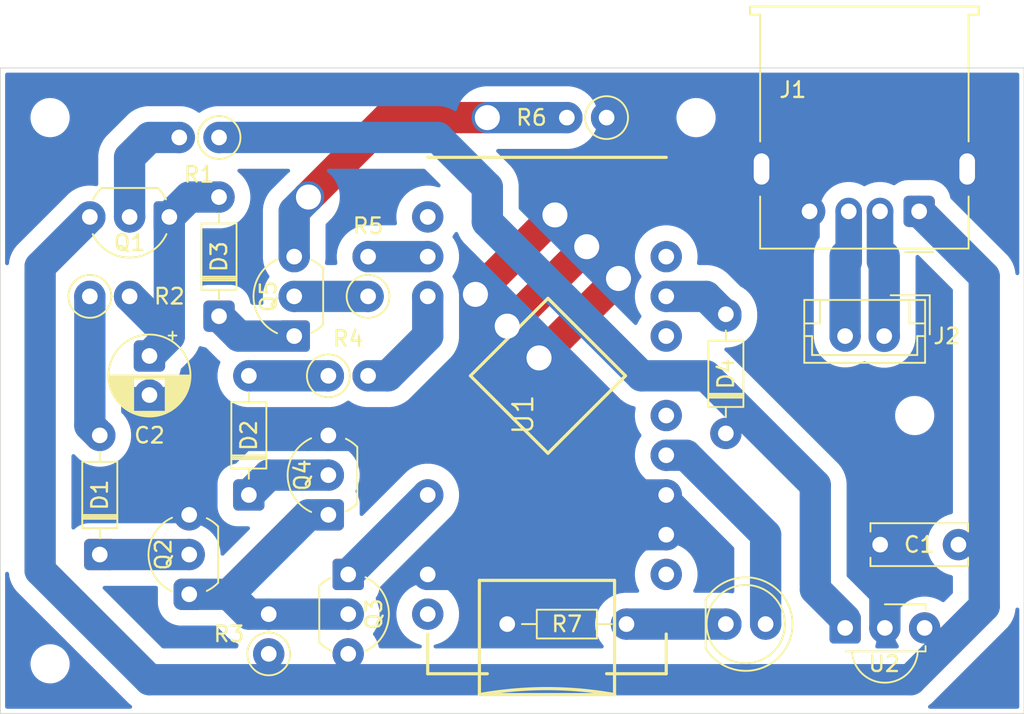
<source format=kicad_pcb>
(kicad_pcb (version 20241229) (generator "pcbnew") (generator_version "9.0")
  (layers (0 "F.Cu" signal) (2 "B.Cu" signal) (13 "F.Paste" user) (15 "B.Paste" user) (5 "F.SilkS" user "F.Silkscreen") (7 "B.SilkS" user "B.Silkscreen") (1 "F.Mask" user) (3 "B.Mask" user) (25 "Edge.Cuts" user))
  (net 0 "")
  (net 1 "GND")
  (net 2 "+5V")
  (net 3 "Net-(D1-A)")
  (net 4 "Net-(D1-K)")
  (net 5 "IR_OUT")
  (net 7 "Net-(D4-A)")
  (net 8 "Net-(D3-K)")
  (net 9 "Net-(J1-D+)")
  (net 10 "Net-(J1-D-)")
  (net 11 "Net-(D2-A)")
  (net 12 "Net-(D3-A)")
  (net 13 "Net-(Q1-B)")
  (net 14 "Net-(Q2-C)")
  (net 15 "VCC")
  (net 16 "ON_OFF")
  (net 17 "DISCH")
  (net 18 "Net-(D5-K)")
  (net 19 "Net-(D2-K)")
  (net 20 "Net-(Q5-E)")
  (net 21 "Net-(Q5-B)")
  (net 22 "LED")
  (footprint "Resistor_THT:R_Axial_DIN0207_L6.3mm_D2.5mm_P2.54mm_Vertical" (layer "F.Cu") (at 128.905 78.105 180)
    (property "Reference" "R1" (at 1.27 -2.37 180) (layer "F.SilkS"))
    (property "Value" "47K" (hide yes))
    (fp_line (start 1.37 0) (end 1.44 0) (stroke (width 0.12)) (layer "F.SilkS"))
    (fp_circle (center 0 0) (end 1.37 0) (stroke (width 0.12)) (fill no) (layer "F.SilkS"))
    (pad "1" thru_hole circle (at 0 0 180) (size 2 2) (drill 1) (layers "*.Cu" "*.Mask") (net 5 "IR_OUT"))
    (pad "2" thru_hole circle (at 2.54 0 180) (size 2 2) (drill 1) (layers "*.Cu" "*.Mask") (net 13 "Net-(Q1-B)"))
  )
  (footprint "Custom:Arduino_Pro_Micro" (layer "F.Cu") (at 149.86 95.885 180)
    (property "Reference" "U1" (at 1.524 0.0635 90) (layer "F.SilkS") (effects (font (size 1.27 1.27))))
    (property "Value" "Arduino_Pro_Micro")
    (fp_line (start 7.62 16.51) (end -7.62 16.51) (stroke (width 0.2032)) (layer "F.SilkS"))
    (fp_line (start 7.62 -16.51) (end 7.62 -13.97) (stroke (width 0.2032)) (layer "F.SilkS"))
    (fp_line (start 4.8895 2.54) (end -0.0635 -2.413) (stroke (width 0.2032)) (layer "F.SilkS"))
    (fp_line (start 4.318 -10.541) (end -4.318 -10.541) (stroke (width 0.2032)) (layer "F.SilkS"))
    (fp_line (start 4.318 -17.8435) (end 4.318 -10.541) (stroke (width 0.2032)) (layer "F.SilkS"))
    (fp_line (start 3.81 -16.51) (end 7.62 -16.51) (stroke (width 0.2032)) (layer "F.SilkS"))
    (fp_line (start -0.0635 7.493) (end 4.8895 2.54) (stroke (width 0.2032)) (layer "F.SilkS"))
    (fp_line (start -0.0635 -2.413) (end -5.0165 2.54) (stroke (width 0.2032)) (layer "F.SilkS"))
    (fp_line (start -3.81 -16.51) (end -7.62 -16.51) (stroke (width 0.2032)) (layer "F.SilkS"))
    (fp_line (start -4.318 -10.541) (end -4.318 -17.8435) (stroke (width 0.2032)) (layer "F.SilkS"))
    (fp_line (start -4.318 -17.8435) (end 4.318 -17.8435) (stroke (width 0.2032)) (layer "F.SilkS"))
    (fp_line (start -5.0165 2.54) (end -0.0635 7.493) (stroke (width 0.2032)) (layer "F.SilkS"))
    (fp_line (start -7.62 -16.51) (end -7.62 -13.97) (stroke (width 0.2032)) (layer "F.SilkS"))
    (fp_arc (start 4.318 -17.8435) (mid 0 -17.460445) (end -4.318 -17.8435) (stroke (width 0.2032)) (layer "F.SilkS"))
    (pad "2" thru_hole circle (at -7.62 -10.16 180) (size 2 2) (drill 1) (layers "*.Cu" "*.Mask"))
    (pad "3" thru_hole circle (at -7.62 -7.62 180) (size 2 2) (drill 1) (layers "*.Cu" "*.Mask") (net 1 "GND"))
    (pad "4" thru_hole circle (at -7.62 -5.08 180) (size 2 2) (drill 1) (layers "*.Cu" "*.Mask") (net 1 "GND"))
    (pad "5" thru_hole circle (at -7.62 -2.54 180) (size 2 2) (drill 1) (layers "*.Cu" "*.Mask") (net 22 "LED"))
    (pad "6" thru_hole circle (at -7.62 0 180) (size 2 2) (drill 1) (layers "*.Cu" "*.Mask"))
    (pad "8" thru_hole circle (at -7.62 5.08 180) (size 2 2) (drill 1) (layers "*.Cu" "*.Mask"))
    (pad "9" thru_hole circle (at -7.62 7.62 180) (size 2 2) (drill 1) (layers "*.Cu" "*.Mask") (net 7 "Net-(D4-A)"))
    (pad "10" thru_hole circle (at -7.62 10.16 180) (size 2 2) (drill 1) (layers "*.Cu" "*.Mask"))
    (pad "14" thru_hole circle (at 7.62 12.7 180) (size 2 2) (drill 1) (layers "*.Cu" "*.Mask"))
    (pad "15" thru_hole circle (at 7.62 10.16 180) (size 2 2) (drill 1) (layers "*.Cu" "*.Mask") (net 17 "DISCH"))
    (pad "16" thru_hole circle (at 7.62 7.62 180) (size 2 2) (drill 1) (layers "*.Cu" "*.Mask") (net 16 "ON_OFF"))
    (pad "21" thru_hole circle (at 7.62 -5.08 180) (size 2 2) (drill 1) (layers "*.Cu" "*.Mask") (net 15 "VCC"))
    (pad "23" thru_hole circle (at 7.62 -10.16 180) (size 2 2) (drill 1) (layers "*.Cu" "*.Mask") (net 1 "GND"))
    (pad "24" thru_hole circle (at 7.62 -12.7 180) (size 2 2) (drill 1) (layers "*.Cu" "*.Mask"))
  )
  (footprint "Resistor_THT:R_Axial_DIN0207_L6.3mm_D2.5mm_P2.54mm_Vertical" (layer "F.Cu") (at 132.08 111.125 90)
    (property "Reference" "R3" (at 1.27 -2.54 180) (layer "F.SilkS"))
    (property "Value" "100K" (hide yes))
    (fp_line (start 1.37 0) (end 1.44 0) (stroke (width 0.12)) (layer "F.SilkS"))
    (fp_circle (center 0 0) (end 1.37 0) (stroke (width 0.12)) (fill no) (layer "F.SilkS"))
    (pad "1" thru_hole circle (at 0 0 90) (size 2 2) (drill 1) (layers "*.Cu" "*.Mask") (net 2 "+5V"))
    (pad "2" thru_hole circle (at 2.54 0 90) (size 2 2) (drill 1) (layers "*.Cu" "*.Mask") (net 14 "Net-(Q2-C)"))
  )
  (footprint "Capacitor_THT:C_Disc_D6.0mm_W2.5mm_P5.00mm" (layer "F.Cu") (at 171.149 104.14)
    (property "Reference" "C1" (at 2.5 0 0) (layer "F.SilkS"))
    (property "Value" "100nF" (hide yes))
    (fp_line (start -0.62 -1.37) (end 5.62 -1.37) (stroke (width 0.12)) (layer "F.SilkS"))
    (fp_line (start -0.62 -0.835) (end -0.62 -1.37) (stroke (width 0.12)) (layer "F.SilkS"))
    (fp_line (start -0.62 1.37) (end -0.62 0.835) (stroke (width 0.12)) (layer "F.SilkS"))
    (fp_line (start 5.62 -1.37) (end 5.62 -0.835) (stroke (width 0.12)) (layer "F.SilkS"))
    (fp_line (start 5.62 0.835) (end 5.62 1.37) (stroke (width 0.12)) (layer "F.SilkS"))
    (fp_line (start 5.62 1.37) (end -0.62 1.37) (stroke (width 0.12)) (layer "F.SilkS"))
    (pad "1" thru_hole circle (at 0 0) (size 2 2) (drill 1) (layers "*.Cu" "*.Mask") (net 1 "GND"))
    (pad "2" thru_hole circle (at 5 0) (size 2 2) (drill 1) (layers "*.Cu" "*.Mask") (net 2 "+5V"))
  )
  (footprint "Resistor_THT:R_Axial_DIN0204_L3.6mm_D1.6mm_P7.62mm_Horizontal" (layer "F.Cu") (at 154.94 109.22 180)
    (property "Reference" "R7" (at 3.81 0 180) (layer "F.SilkS"))
    (property "Value" "1K" (hide yes))
    (fp_line (start 6.68 0) (end 5.73 0) (stroke (width 0.12)) (layer "F.SilkS"))
    (fp_line (start 0.94 0) (end 1.89 0) (stroke (width 0.12)) (layer "F.SilkS"))
    (fp_rect (start 1.89 -0.92) (end 5.73 0.92) (stroke (width 0.12)) (fill no) (layer "F.SilkS"))
    (pad "1" thru_hole circle (at 0 0 180) (size 2 2) (drill 1) (layers "*.Cu" "*.Mask") (net 18 "Net-(D5-K)"))
    (pad "2" thru_hole circle (at 7.62 0 180) (size 2 2) (drill 1) (layers "*.Cu" "*.Mask") (net 1 "GND"))
  )
  (footprint "Resistor_THT:R_Axial_DIN0207_L6.3mm_D2.5mm_P2.54mm_Vertical" (layer "F.Cu") (at 135.89 93.345)
    (property "Reference" "R4" (at 1.27 -2.37 0) (layer "F.SilkS"))
    (property "Value" "10K" (hide yes))
    (fp_line (start 1.37 0) (end 1.44 0) (stroke (width 0.12)) (layer "F.SilkS"))
    (fp_circle (center 0 0) (end 1.37 0) (stroke (width 0.12)) (fill no) (layer "F.SilkS"))
    (pad "1" thru_hole circle (at 0 0) (size 2 2) (drill 1) (layers "*.Cu" "*.Mask") (net 11 "Net-(D2-A)"))
    (pad "2" thru_hole circle (at 2.54 0) (size 2 2) (drill 1) (layers "*.Cu" "*.Mask") (net 16 "ON_OFF"))
  )
  (footprint "Diode_THT:D_DO-35_SOD27_P7.62mm_Horizontal" (layer "F.Cu") (at 128.905 89.535 90)
    (property "Reference" "D3" (at 3.81 0 90) (layer "F.SilkS"))
    (property "Value" "1N4148" (hide yes))
    (fp_line (start 2.53 -1.12) (end 2.53 1.12) (stroke (width 0.12)) (layer "F.SilkS"))
    (fp_line (start 2.41 -1.12) (end 2.41 1.12) (stroke (width 0.12)) (layer "F.SilkS"))
    (fp_line (start 2.29 -1.12) (end 2.29 1.12) (stroke (width 0.12)) (layer "F.SilkS"))
    (fp_line (start 6.58 0) (end 5.93 0) (stroke (width 0.12)) (layer "F.SilkS"))
    (fp_line (start 1.04 0) (end 1.69 0) (stroke (width 0.12)) (layer "F.SilkS"))
    (fp_rect (start 1.69 -1.12) (end 5.93 1.12) (stroke (width 0.12)) (fill no) (layer "F.SilkS"))
    (pad "1" thru_hole roundrect (at 0 0 90) (size 2 2) (drill 1) (layers "*.Cu" "*.Mask") (roundrect_rratio 0.15625) (net 8 "Net-(D3-K)"))
    (pad "2" thru_hole circle (at 7.62 0 90) (size 2 2) (drill 1) (layers "*.Cu" "*.Mask") (net 12 "Net-(D3-A)"))
  )
  (footprint "Package_TO_SOT_THT:TO-92_Inline_Wide" (layer "F.Cu") (at 135.89 102.235 90)
    (property "Reference" "Q4" (at 2.54 -1.65 90) (layer "F.SilkS"))
    (property "Value" "BC547" (hide yes))
    (fp_line (start 0.74 1.85) (end 4.34 1.85) (stroke (width 0.12)) (layer "F.SilkS"))
    (fp_arc (start 2.54 -2.6) (mid 3.936979 -2.192818) (end 4.8964 -1.098807) (stroke (width 0.12)) (layer "F.SilkS"))
    (fp_arc (start 0.1836 -1.098807) (mid 1.143021 -2.192817) (end 2.54 -2.6) (stroke (width 0.12)) (layer "F.SilkS"))
    (fp_arc (start 4.864184 1.122795) (mid 4.633903 1.509328) (end 4.34 1.85) (stroke (width 0.12)) (layer "F.SilkS"))
    (fp_arc (start 0.74 1.85) (mid 0.446097 1.509328) (end 0.215816 1.122795) (stroke (width 0.12)) (layer "F.SilkS"))
    (pad "1" thru_hole roundrect (at 0 0 90) (size 2 2) (drill 1) (layers "*.Cu" "*.Mask") (roundrect_rratio 0.1666666667) (net 14 "Net-(Q2-C)"))
    (pad "2" thru_hole circle (at 2.54 0 90) (size 2 2) (drill 1) (layers "*.Cu" "*.Mask") (net 19 "Net-(D2-K)"))
    (pad "3" thru_hole circle (at 5.08 0 90) (size 2 2) (drill 1) (layers "*.Cu" "*.Mask") (net 1 "GND"))
  )
  (footprint "Resistor_THT:R_Axial_DIN0207_L6.3mm_D2.5mm_P2.54mm_Vertical" (layer "F.Cu") (at 153.67 76.835 180)
    (property "Reference" "R6" (at 4.8 0 0) (layer "F.SilkS"))
    (property "Value" "4.7K" (hide yes))
    (fp_line (start 1.37 0) (end 1.44 0) (stroke (width 0.12)) (layer "F.SilkS"))
    (fp_circle (center 0 0) (end 1.37 0) (stroke (width 0.12)) (fill no) (layer "F.SilkS"))
    (pad "1" thru_hole circle (at 0 0 180) (size 2 2) (drill 1) (layers "*.Cu" "*.Mask") (net 1 "GND"))
    (pad "2" thru_hole circle (at 2.54 0 180) (size 2 2) (drill 1) (layers "*.Cu" "*.Mask") (net 20 "Net-(Q5-E)"))
  )
  (footprint "LED_THT:LED_D5.0mm" (layer "F.Cu") (at 161.29 109.22)
    (property "Reference" "D5" (hide yes))
    (property "Value" "LED" (hide yes))
    (fp_line (start -1.29 -1.545) (end -1.29 1.545) (stroke (width 0.12)) (layer "F.SilkS"))
    (fp_arc (start -1.29 -1.54483) (mid 2.071779 -2.880495) (end 4.26 0) (stroke (width 0.12)) (layer "F.SilkS"))
    (fp_arc (start 4.26 0) (mid 2.071779 2.880495) (end -1.29 1.54483) (stroke (width 0.12)) (layer "F.SilkS"))
    (fp_circle (center 1.27 0) (end 3.77 0) (stroke (width 0.12)) (fill no) (layer "F.SilkS"))
    (pad "1" thru_hole circle (at 0 0) (size 2 2) (drill 1) (layers "*.Cu" "*.Mask") (net 18 "Net-(D5-K)"))
    (pad "2" thru_hole circle (at 2.54 0) (size 2 2) (drill 1) (layers "*.Cu" "*.Mask") (net 22 "LED"))
  )
  (footprint "Capacitor_THT:CP_Radial_D5.0mm_P2.50mm" (layer "F.Cu") (at 124.46 92.075 -90)
    (property "Reference" "C2" (at 5.08 0 180) (layer "F.SilkS"))
    (property "Value" "10uF" (hide yes))
    (fp_line (start 1.49 1.04) (end 1.49 2.569) (stroke (width 0.12)) (layer "F.SilkS"))
    (fp_line (start 1.53 1.04) (end 1.53 2.565) (stroke (width 0.12)) (layer "F.SilkS"))
    (fp_line (start 1.57 1.04) (end 1.57 2.56) (stroke (width 0.12)) (layer "F.SilkS"))
    (fp_line (start 1.61 1.04) (end 1.61 2.555) (stroke (width 0.12)) (layer "F.SilkS"))
    (fp_line (start 1.65 1.04) (end 1.65 2.549) (stroke (width 0.12)) (layer "F.SilkS"))
    (fp_line (start 1.69 1.04) (end 1.69 2.543) (stroke (width 0.12)) (layer "F.SilkS"))
    (fp_line (start 1.73 1.04) (end 1.73 2.536) (stroke (width 0.12)) (layer "F.SilkS"))
    (fp_line (start 1.77 1.04) (end 1.77 2.528) (stroke (width 0.12)) (layer "F.SilkS"))
    (fp_line (start 1.81 1.04) (end 1.81 2.519) (stroke (width 0.12)) (layer "F.SilkS"))
    (fp_line (start 1.85 1.04) (end 1.85 2.51) (stroke (width 0.12)) (layer "F.SilkS"))
    (fp_line (start 1.89 1.04) (end 1.89 2.501) (stroke (width 0.12)) (layer "F.SilkS"))
    (fp_line (start 1.93 1.04) (end 1.93 2.49) (stroke (width 0.12)) (layer "F.SilkS"))
    (fp_line (start 1.97 1.04) (end 1.97 2.479) (stroke (width 0.12)) (layer "F.SilkS"))
    (fp_line (start 2.01 1.04) (end 2.01 2.467) (stroke (width 0.12)) (layer "F.SilkS"))
    (fp_line (start 2.05 1.04) (end 2.05 2.455) (stroke (width 0.12)) (layer "F.SilkS"))
    (fp_line (start 2.09 1.04) (end 2.09 2.442) (stroke (width 0.12)) (layer "F.SilkS"))
    (fp_line (start 2.13 1.04) (end 2.13 2.428) (stroke (width 0.12)) (layer "F.SilkS"))
    (fp_line (start 2.17 1.04) (end 2.17 2.413) (stroke (width 0.12)) (layer "F.SilkS"))
    (fp_line (start 2.21 1.04) (end 2.21 2.398) (stroke (width 0.12)) (layer "F.SilkS"))
    (fp_line (start 2.25 1.04) (end 2.25 2.382) (stroke (width 0.12)) (layer "F.SilkS"))
    (fp_line (start 2.29 1.04) (end 2.29 2.365) (stroke (width 0.12)) (layer "F.SilkS"))
    (fp_line (start 2.33 1.04) (end 2.33 2.347) (stroke (width 0.12)) (layer "F.SilkS"))
    (fp_line (start 2.37 1.04) (end 2.37 2.329) (stroke (width 0.12)) (layer "F.SilkS"))
    (fp_line (start 2.41 1.04) (end 2.41 2.309) (stroke (width 0.12)) (layer "F.SilkS"))
    (fp_line (start 2.45 1.04) (end 2.45 2.289) (stroke (width 0.12)) (layer "F.SilkS"))
    (fp_line (start 2.49 1.04) (end 2.49 2.268) (stroke (width 0.12)) (layer "F.SilkS"))
    (fp_line (start 2.53 1.04) (end 2.53 2.246) (stroke (width 0.12)) (layer "F.SilkS"))
    (fp_line (start 2.57 1.04) (end 2.57 2.223) (stroke (width 0.12)) (layer "F.SilkS"))
    (fp_line (start 2.61 1.04) (end 2.61 2.199) (stroke (width 0.12)) (layer "F.SilkS"))
    (fp_line (start 2.65 1.04) (end 2.65 2.175) (stroke (width 0.12)) (layer "F.SilkS"))
    (fp_line (start 2.69 1.04) (end 2.69 2.149) (stroke (width 0.12)) (layer "F.SilkS"))
    (fp_line (start 2.73 1.04) (end 2.73 2.122) (stroke (width 0.12)) (layer "F.SilkS"))
    (fp_line (start 2.77 1.04) (end 2.77 2.094) (stroke (width 0.12)) (layer "F.SilkS"))
    (fp_line (start 2.81 1.04) (end 2.81 2.065) (stroke (width 0.12)) (layer "F.SilkS"))
    (fp_line (start 2.85 1.04) (end 2.85 2.035) (stroke (width 0.12)) (layer "F.SilkS"))
    (fp_line (start 2.89 1.04) (end 2.89 2.003) (stroke (width 0.12)) (layer "F.SilkS"))
    (fp_line (start 2.93 1.04) (end 2.93 1.97) (stroke (width 0.12)) (layer "F.SilkS"))
    (fp_line (start 2.97 1.04) (end 2.97 1.936) (stroke (width 0.12)) (layer "F.SilkS"))
    (fp_line (start 3.01 1.04) (end 3.01 1.901) (stroke (width 0.12)) (layer "F.SilkS"))
    (fp_line (start 3.05 1.04) (end 3.05 1.864) (stroke (width 0.12)) (layer "F.SilkS"))
    (fp_line (start 3.09 1.04) (end 3.09 1.825) (stroke (width 0.12)) (layer "F.SilkS"))
    (fp_line (start 3.13 1.04) (end 3.13 1.785) (stroke (width 0.12)) (layer "F.SilkS"))
    (fp_line (start 3.17 1.04) (end 3.17 1.743) (stroke (width 0.12)) (layer "F.SilkS"))
    (fp_line (start 3.21 1.04) (end 3.21 1.699) (stroke (width 0.12)) (layer "F.SilkS"))
    (fp_line (start 3.25 1.04) (end 3.25 1.652) (stroke (width 0.12)) (layer "F.SilkS"))
    (fp_line (start 3.29 1.04) (end 3.29 1.604) (stroke (width 0.12)) (layer "F.SilkS"))
    (fp_line (start 3.33 1.04) (end 3.33 1.553) (stroke (width 0.12)) (layer "F.SilkS"))
    (fp_line (start 3.37 1.04) (end 3.37 1.499) (stroke (width 0.12)) (layer "F.SilkS"))
    (fp_line (start 3.41 1.04) (end 3.41 1.443) (stroke (width 0.12)) (layer "F.SilkS"))
    (fp_line (start 3.45 1.04) (end 3.45 1.383) (stroke (width 0.12)) (layer "F.SilkS"))
    (fp_line (start 3.49 1.04) (end 3.49 1.319) (stroke (width 0.12)) (layer "F.SilkS"))
    (fp_line (start 3.53 1.04) (end 3.53 1.251) (stroke (width 0.12)) (layer "F.SilkS"))
    (fp_line (start 3.85 -0.283) (end 3.85 0.283) (stroke (width 0.12)) (layer "F.SilkS"))
    (fp_line (start 3.81 -0.517) (end 3.81 0.517) (stroke (width 0.12)) (layer "F.SilkS"))
    (fp_line (start 3.77 -0.677) (end 3.77 0.677) (stroke (width 0.12)) (layer "F.SilkS"))
    (fp_line (start 3.73 -0.805) (end 3.73 0.805) (stroke (width 0.12)) (layer "F.SilkS"))
    (fp_line (start 3.69 -0.914) (end 3.69 0.914) (stroke (width 0.12)) (layer "F.SilkS"))
    (fp_line (start 3.65 -1.011) (end 3.65 1.011) (stroke (width 0.12)) (layer "F.SilkS"))
    (fp_line (start 3.61 -1.098) (end 3.61 1.098) (stroke (width 0.12)) (layer "F.SilkS"))
    (fp_line (start 3.57 -1.177) (end 3.57 1.177) (stroke (width 0.12)) (layer "F.SilkS"))
    (fp_line (start 3.53 -1.251) (end 3.53 -1.04) (stroke (width 0.12)) (layer "F.SilkS"))
    (fp_line (start 3.49 -1.319) (end 3.49 -1.04) (stroke (width 0.12)) (layer "F.SilkS"))
    (fp_line (start 3.45 -1.383) (end 3.45 -1.04) (stroke (width 0.12)) (layer "F.SilkS"))
    (fp_line (start 3.41 -1.443) (end 3.41 -1.04) (stroke (width 0.12)) (layer "F.SilkS"))
    (fp_line (start -1.554775 -1.475) (end -1.054775 -1.475) (stroke (width 0.12)) (layer "F.SilkS"))
    (fp_line (start 3.37 -1.499) (end 3.37 -1.04) (stroke (width 0.12)) (layer "F.SilkS"))
    (fp_line (start 3.33 -1.553) (end 3.33 -1.04) (stroke (width 0.12)) (layer "F.SilkS"))
    (fp_line (start 3.29 -1.604) (end 3.29 -1.04) (stroke (width 0.12)) (layer "F.SilkS"))
    (fp_line (start 3.25 -1.652) (end 3.25 -1.04) (stroke (width 0.12)) (layer "F.SilkS"))
    (fp_line (start 3.21 -1.699) (end 3.21 -1.04) (stroke (width 0.12)) (layer "F.SilkS"))
    (fp_line (start -1.304775 -1.725) (end -1.304775 -1.225) (stroke (width 0.12)) (layer "F.SilkS"))
    (fp_line (start 3.17 -1.743) (end 3.17 -1.04) (stroke (width 0.12)) (layer "F.SilkS"))
    (fp_line (start 3.13 -1.785) (end 3.13 -1.04) (stroke (width 0.12)) (layer "F.SilkS"))
    (fp_line (start 3.09 -1.825) (end 3.09 -1.04) (stroke (width 0.12)) (layer "F.SilkS"))
    (fp_line (start 3.05 -1.864) (end 3.05 -1.04) (stroke (width 0.12)) (layer "F.SilkS"))
    (fp_line (start 3.01 -1.901) (end 3.01 -1.04) (stroke (width 0.12)) (layer "F.SilkS"))
    (fp_line (start 2.97 -1.936) (end 2.97 -1.04) (stroke (width 0.12)) (layer "F.SilkS"))
    (fp_line (start 2.93 -1.97) (end 2.93 -1.04) (stroke (width 0.12)) (layer "F.SilkS"))
    (fp_line (start 2.89 -2.003) (end 2.89 -1.04) (stroke (width 0.12)) (layer "F.SilkS"))
    (fp_line (start 2.85 -2.035) (end 2.85 -1.04) (stroke (width 0.12)) (layer "F.SilkS"))
    (fp_line (start 2.81 -2.065) (end 2.81 -1.04) (stroke (width 0.12)) (layer "F.SilkS"))
    (fp_line (start 2.77 -2.094) (end 2.77 -1.04) (stroke (width 0.12)) (layer "F.SilkS"))
    (fp_line (start 2.73 -2.122) (end 2.73 -1.04) (stroke (width 0.12)) (layer "F.SilkS"))
    (fp_line (start 2.69 -2.149) (end 2.69 -1.04) (stroke (width 0.12)) (layer "F.SilkS"))
    (fp_line (start 2.65 -2.175) (end 2.65 -1.04) (stroke (width 0.12)) (layer "F.SilkS"))
    (fp_line (start 2.61 -2.199) (end 2.61 -1.04) (stroke (width 0.12)) (layer "F.SilkS"))
    (fp_line (start 2.57 -2.223) (end 2.57 -1.04) (stroke (width 0.12)) (layer "F.SilkS"))
    (fp_line (start 2.53 -2.246) (end 2.53 -1.04) (stroke (width 0.12)) (layer "F.SilkS"))
    (fp_line (start 2.49 -2.268) (end 2.49 -1.04) (stroke (width 0.12)) (layer "F.SilkS"))
    (fp_line (start 2.45 -2.289) (end 2.45 -1.04) (stroke (width 0.12)) (layer "F.SilkS"))
    (fp_line (start 2.41 -2.309) (end 2.41 -1.04) (stroke (width 0.12)) (layer "F.SilkS"))
    (fp_line (start 2.37 -2.329) (end 2.37 -1.04) (stroke (width 0.12)) (layer "F.SilkS"))
    (fp_line (start 2.33 -2.347) (end 2.33 -1.04) (stroke (width 0.12)) (layer "F.SilkS"))
    (fp_line (start 2.29 -2.365) (end 2.29 -1.04) (stroke (width 0.12)) (layer "F.SilkS"))
    (fp_line (start 2.25 -2.382) (end 2.25 -1.04) (stroke (width 0.12)) (layer "F.SilkS"))
    (fp_line (start 2.21 -2.398) (end 2.21 -1.04) (stroke (width 0.12)) (layer "F.SilkS"))
    (fp_line (start 2.17 -2.413) (end 2.17 -1.04) (stroke (width 0.12)) (layer "F.SilkS"))
    (fp_line (start 2.13 -2.428) (end 2.13 -1.04) (stroke (width 0.12)) (layer "F.SilkS"))
    (fp_line (start 2.09 -2.442) (end 2.09 -1.04) (stroke (width 0.12)) (layer "F.SilkS"))
    (fp_line (start 2.05 -2.455) (end 2.05 -1.04) (stroke (width 0.12)) (layer "F.SilkS"))
    (fp_line (start 2.01 -2.467) (end 2.01 -1.04) (stroke (width 0.12)) (layer "F.SilkS"))
    (fp_line (start 1.97 -2.479) (end 1.97 -1.04) (stroke (width 0.12)) (layer "F.SilkS"))
    (fp_line (start 1.93 -2.49) (end 1.93 -1.04) (stroke (width 0.12)) (layer "F.SilkS"))
    (fp_line (start 1.89 -2.501) (end 1.89 -1.04) (stroke (width 0.12)) (layer "F.SilkS"))
    (fp_line (start 1.85 -2.51) (end 1.85 -1.04) (stroke (width 0.12)) (layer "F.SilkS"))
    (fp_line (start 1.81 -2.519) (end 1.81 -1.04) (stroke (width 0.12)) (layer "F.SilkS"))
    (fp_line (start 1.77 -2.528) (end 1.77 -1.04) (stroke (width 0.12)) (layer "F.SilkS"))
    (fp_line (start 1.73 -2.536) (end 1.73 -1.04) (stroke (width 0.12)) (layer "F.SilkS"))
    (fp_line (start 1.69 -2.543) (end 1.69 -1.04) (stroke (width 0.12)) (layer "F.SilkS"))
    (fp_line (start 1.65 -2.549) (end 1.65 -1.04) (stroke (width 0.12)) (layer "F.SilkS"))
    (fp_line (start 1.61 -2.555) (end 1.61 -1.04) (stroke (width 0.12)) (layer "F.SilkS"))
    (fp_line (start 1.57 -2.56) (end 1.57 -1.04) (stroke (width 0.12)) (layer "F.SilkS"))
    (fp_line (start 1.53 -2.565) (end 1.53 -1.04) (stroke (width 0.12)) (layer "F.SilkS"))
    (fp_line (start 1.49 -2.569) (end 1.49 -1.04) (stroke (width 0.12)) (layer "F.SilkS"))
    (fp_line (start 1.45 -2.572) (end 1.45 2.572) (stroke (width 0.12)) (layer "F.SilkS"))
    (fp_line (start 1.41 -2.575) (end 1.41 2.575) (stroke (width 0.12)) (layer "F.SilkS"))
    (fp_line (start 1.37 -2.577) (end 1.37 2.577) (stroke (width 0.12)) (layer "F.SilkS"))
    (fp_line (start 1.33 -2.579) (end 1.33 2.579) (stroke (width 0.12)) (layer "F.SilkS"))
    (fp_line (start 1.25 -2.58) (end 1.25 2.58) (stroke (width 0.12)) (layer "F.SilkS"))
    (fp_line (start 1.29 -2.58) (end 1.29 2.58) (stroke (width 0.12)) (layer "F.SilkS"))
    (fp_circle (center 1.25 0) (end 3.87 0) (stroke (width 0.12)) (fill no) (layer "F.SilkS"))
    (pad "1" thru_hole roundrect (at 0 0 270) (size 2 2) (drill 1) (layers "*.Cu" "*.Mask") (roundrect_rratio 0.15625) (net 12 "Net-(D3-A)"))
    (pad "2" thru_hole circle (at 2.5 0 270) (size 2 2) (drill 1) (layers "*.Cu" "*.Mask") (net 1 "GND"))
  )
  (footprint "MountingHole:MountingHole_2mm" (layer "F.Cu") (at 118.11 76.835)
    (property "Reference" "H1" (hide yes))
    (property "Value" "MountingHole" (hide yes))
    (pad "" np_thru_hole circle (at 0 0) (size 2 2) (drill 2) (layers "*.Cu" "*.Mask"))
  )
  (footprint "Connector_JST:JST_EH_B2B-EH-A_1x02_P2.50mm_Vertical" (layer "F.Cu") (at 171.41 90.805 180)
    (property "Reference" "J2" (at -4 0 0) (layer "F.SilkS"))
    (property "Value" "01x02" (hide yes))
    (fp_line (start 5.11 2.31) (end 5.11 -1.71) (stroke (width 0.12)) (layer "F.SilkS"))
    (fp_line (start 5.11 0.81) (end 4.11 0.81) (stroke (width 0.12)) (layer "F.SilkS"))
    (fp_line (start 5.11 -1.71) (end -2.61 -1.71) (stroke (width 0.12)) (layer "F.SilkS"))
    (fp_line (start 4.61 0) (end 5.11 0) (stroke (width 0.12)) (layer "F.SilkS"))
    (fp_line (start 4.61 -1.21) (end 4.61 0) (stroke (width 0.12)) (layer "F.SilkS"))
    (fp_line (start 4.11 0.81) (end 4.11 2.31) (stroke (width 0.12)) (layer "F.SilkS"))
    (fp_line (start -1.61 0.81) (end -1.61 2.31) (stroke (width 0.12)) (layer "F.SilkS"))
    (fp_line (start -2.11 0) (end -2.11 -1.21) (stroke (width 0.12)) (layer "F.SilkS"))
    (fp_line (start -2.11 -1.21) (end 4.61 -1.21) (stroke (width 0.12)) (layer "F.SilkS"))
    (fp_line (start -2.61 2.31) (end 5.11 2.31) (stroke (width 0.12)) (layer "F.SilkS"))
    (fp_line (start -2.61 0.81) (end -1.61 0.81) (stroke (width 0.12)) (layer "F.SilkS"))
    (fp_line (start -2.61 0) (end -2.11 0) (stroke (width 0.12)) (layer "F.SilkS"))
    (fp_line (start -2.61 -1.71) (end -2.61 2.31) (stroke (width 0.12)) (layer "F.SilkS"))
    (fp_line (start -2.91 2.61) (end -0.41 2.61) (stroke (width 0.12)) (layer "F.SilkS"))
    (fp_line (start -2.91 0.11) (end -2.91 2.61) (stroke (width 0.12)) (layer "F.SilkS"))
    (pad "1" thru_hole circle (at 0 0 180) (size 2 2) (drill 1) (layers "*.Cu" "*.Mask") (net 10 "Net-(J1-D-)"))
    (pad "2" thru_hole circle (at 2.5 0 180) (size 2 2) (drill 1) (layers "*.Cu" "*.Mask") (net 9 "Net-(J1-D+)"))
  )
  (footprint "Connector_USB:USB_A_Molex_67643_Horizontal" (layer "F.Cu") (at 173.64 82.83 180)
    (property "Reference" "J1" (at 8.072 7.773 0) (layer "F.SilkS"))
    (property "Value" "USB_A")
    (fp_line (start 10.81 13.1) (end 10.81 12.58) (stroke (width 0.12)) (layer "F.SilkS"))
    (fp_line (start 10.81 12.58) (end 10.16 12.58) (stroke (width 0.12)) (layer "F.SilkS"))
    (fp_line (start 10.16 4.47) (end 10.16 12.58) (stroke (width 0.12)) (layer "F.SilkS"))
    (fp_line (start 10.16 -2.38) (end 10.16 0.95) (stroke (width 0.12)) (layer "F.SilkS"))
    (fp_line (start -0.9 -2.6) (end 0.9 -2.6) (stroke (width 0.12)) (layer "F.SilkS"))
    (fp_line (start -3.16 12.58) (end -3.16 4.47) (stroke (width 0.12)) (layer "F.SilkS"))
    (fp_line (start -3.16 12.58) (end -3.81 12.58) (stroke (width 0.12)) (layer "F.SilkS"))
    (fp_line (start -3.16 -2.38) (end 10.16 -2.38) (stroke (width 0.12)) (layer "F.SilkS"))
    (fp_line (start -3.16 -2.38) (end -3.16 0.95) (stroke (width 0.12)) (layer "F.SilkS"))
    (fp_line (start -3.81 13.1) (end 10.81 13.1) (stroke (width 0.12)) (layer "F.SilkS"))
    (fp_line (start -3.81 12.58) (end -3.81 13.1) (stroke (width 0.12)) (layer "F.SilkS"))
    (pad "1" thru_hole roundrect (at 0 0 180) (size 2 2) (drill 1) (layers "*.Cu" "*.Mask") (roundrect_rratio 0.1666666667) (net 2 "+5V"))
    (pad "2" thru_hole circle (at 2.5 0 180) (size 1.7 1.7) (drill 1) (layers "*.Cu" "*.Mask") (net 10 "Net-(J1-D-)"))
    (pad "3" thru_hole circle (at 4.5 0 180) (size 1.7 1.7) (drill 1) (layers "*.Cu" "*.Mask") (net 9 "Net-(J1-D+)"))
    (pad "4" thru_hole circle (at 7 0 180) (size 2 2) (drill 1) (layers "*.Cu" "*.Mask") (net 1 "GND"))
    (pad "5" thru_hole oval (at -3.07 2.71 180) (size 2.4 3.6) (drill oval 1 2) (layers "*.Cu" "*.Mask") (net 1 "GND"))
    (pad "5" thru_hole oval (at 10.07 2.71 180) (size 2.4 3.6) (drill oval 1 2) (layers "*.Cu" "*.Mask") (net 1 "GND"))
  )
  (footprint "Package_TO_SOT_THT:TO-92_Inline_Wide" (layer "F.Cu") (at 125.73 83.185 180)
    (property "Reference" "Q1" (at 2.54 -1.65 0) (layer "F.SilkS"))
    (property "Value" "BC557" (hide yes))
    (fp_line (start 0.74 1.85) (end 4.34 1.85) (stroke (width 0.12)) (layer "F.SilkS"))
    (fp_arc (start 4.864184 1.122795) (mid 4.633903 1.509328) (end 4.34 1.85) (stroke (width 0.12)) (layer "F.SilkS"))
    (fp_arc (start 2.54 -2.6) (mid 3.936979 -2.192818) (end 4.8964 -1.098807) (stroke (width 0.12)) (layer "F.SilkS"))
    (fp_arc (start 0.74 1.85) (mid 0.446097 1.509328) (end 0.215816 1.122795) (stroke (width 0.12)) (layer "F.SilkS"))
    (fp_arc (start 0.1836 -1.098807) (mid 1.143021 -2.192817) (end 2.54 -2.6) (stroke (width 0.12)) (layer "F.SilkS"))
    (pad "1" thru_hole roundrect (at 0 0 180) (size 2 2) (drill 1) (layers "*.Cu" "*.Mask") (roundrect_rratio 0.125) (net 12 "Net-(D3-A)"))
    (pad "2" thru_hole circle (at 2.54 0 180) (size 2 2) (drill 1) (layers "*.Cu" "*.Mask") (net 13 "Net-(Q1-B)"))
    (pad "3" thru_hole circle (at 5.08 0 180) (size 2 2) (drill 1) (layers "*.Cu" "*.Mask") (net 2 "+5V"))
  )
  (footprint "Package_TO_SOT_THT:TO-92_Inline_Wide" (layer "F.Cu") (at 133.71 90.805 90)
    (property "Reference" "Q5" (at 2.54 -1.65 90) (layer "F.SilkS"))
    (property "Value" "BC547" (hide yes))
    (fp_line (start 0.74 1.85) (end 4.34 1.85) (stroke (width 0.12)) (layer "F.SilkS"))
    (fp_arc (start 2.54 -2.6) (mid 3.936979 -2.192818) (end 4.8964 -1.098807) (stroke (width 0.12)) (layer "F.SilkS"))
    (fp_arc (start 0.1836 -1.098807) (mid 1.143021 -2.192817) (end 2.54 -2.6) (stroke (width 0.12)) (layer "F.SilkS"))
    (fp_arc (start 4.864184 1.122795) (mid 4.633903 1.509328) (end 4.34 1.85) (stroke (width 0.12)) (layer "F.SilkS"))
    (fp_arc (start 0.74 1.85) (mid 0.446097 1.509328) (end 0.215816 1.122795) (stroke (width 0.12)) (layer "F.SilkS"))
    (pad "1" thru_hole roundrect (at 0 0 90) (size 2 2) (drill 1) (layers "*.Cu" "*.Mask") (roundrect_rratio 0.125) (net 8 "Net-(D3-K)"))
    (pad "2" thru_hole circle (at 2.54 0 90) (size 2 2) (drill 1) (layers "*.Cu" "*.Mask") (net 21 "Net-(Q5-B)"))
    (pad "3" thru_hole circle (at 5.08 0 90) (size 2 2) (drill 1) (layers "*.Cu" "*.Mask") (net 20 "Net-(Q5-E)"))
  )
  (footprint "Diode_THT:D_DO-35_SOD27_P7.62mm_Horizontal" (layer "F.Cu") (at 121.285 104.775 90)
    (property "Reference" "D1" (at 3.81 0 90) (layer "F.SilkS"))
    (property "Value" "1N4148" (hide yes))
    (fp_line (start 2.53 -1.12) (end 2.53 1.12) (stroke (width 0.12)) (layer "F.SilkS"))
    (fp_line (start 2.41 -1.12) (end 2.41 1.12) (stroke (width 0.12)) (layer "F.SilkS"))
    (fp_line (start 2.29 -1.12) (end 2.29 1.12) (stroke (width 0.12)) (layer "F.SilkS"))
    (fp_line (start 6.58 0) (end 5.93 0) (stroke (width 0.12)) (layer "F.SilkS"))
    (fp_line (start 1.04 0) (end 1.69 0) (stroke (width 0.12)) (layer "F.SilkS"))
    (fp_rect (start 1.69 -1.12) (end 5.93 1.12) (stroke (width 0.12)) (fill no) (layer "F.SilkS"))
    (pad "1" thru_hole roundrect (at 0 0 90) (size 2 2) (drill 1) (layers "*.Cu" "*.Mask") (roundrect_rratio 0.15625) (net 4 "Net-(D1-K)"))
    (pad "2" thru_hole circle (at 7.62 0 90) (size 2 2) (drill 1) (layers "*.Cu" "*.Mask") (net 3 "Net-(D1-A)"))
  )
  (footprint "Package_TO_SOT_THT:TO-92_Inline_Wide" (layer "F.Cu") (at 137.16 106.045 -90)
    (property "Reference" "Q3" (at 2.54 -1.65 90) (layer "F.SilkS"))
    (property "Value" "BC557" (hide yes))
    (fp_line (start 0.74 1.85) (end 4.34 1.85) (stroke (width 0.12)) (layer "F.SilkS"))
    (fp_arc (start 0.74 1.85) (mid 0.446097 1.509328) (end 0.215816 1.122795) (stroke (width 0.12)) (layer "F.SilkS"))
    (fp_arc (start 4.864184 1.122795) (mid 4.633903 1.509328) (end 4.34 1.85) (stroke (width 0.12)) (layer "F.SilkS"))
    (fp_arc (start 0.1836 -1.098807) (mid 1.143021 -2.192817) (end 2.54 -2.6) (stroke (width 0.12)) (layer "F.SilkS"))
    (fp_arc (start 2.54 -2.6) (mid 3.936979 -2.192818) (end 4.8964 -1.098807) (stroke (width 0.12)) (layer "F.SilkS"))
    (pad "1" thru_hole roundrect (at 0 0 270) (size 2 2) (drill 1) (layers "*.Cu" "*.Mask") (roundrect_rratio 0.125) (net 15 "VCC"))
    (pad "2" thru_hole circle (at 2.54 0 270) (size 2 2) (drill 1) (layers "*.Cu" "*.Mask") (net 14 "Net-(Q2-C)"))
    (pad "3" thru_hole circle (at 5.08 0 270) (size 2 2) (drill 1) (layers "*.Cu" "*.Mask") (net 2 "+5V"))
  )
  (footprint "Diode_THT:D_DO-35_SOD27_P7.62mm_Horizontal" (layer "F.Cu") (at 130.81 100.965 90)
    (property "Reference" "D2" (at 3.81 0 90) (layer "F.SilkS"))
    (property "Value" "1N4148" (hide yes))
    (fp_line (start 2.53 -1.12) (end 2.53 1.12) (stroke (width 0.12)) (layer "F.SilkS"))
    (fp_line (start 2.41 -1.12) (end 2.41 1.12) (stroke (width 0.12)) (layer "F.SilkS"))
    (fp_line (start 2.29 -1.12) (end 2.29 1.12) (stroke (width 0.12)) (layer "F.SilkS"))
    (fp_line (start 6.58 0) (end 5.93 0) (stroke (width 0.12)) (layer "F.SilkS"))
    (fp_line (start 1.04 0) (end 1.69 0) (stroke (width 0.12)) (layer "F.SilkS"))
    (fp_rect (start 1.69 -1.12) (end 5.93 1.12) (stroke (width 0.12)) (fill no) (layer "F.SilkS"))
    (pad "1" thru_hole roundrect (at 0 0 90) (size 2 2) (drill 1) (layers "*.Cu" "*.Mask") (roundrect_rratio 0.15625) (net 19 "Net-(D2-K)"))
    (pad "2" thru_hole circle (at 7.62 0 90) (size 2 2) (drill 1) (layers "*.Cu" "*.Mask") (net 11 "Net-(D2-A)"))
  )
  (footprint "Diode_THT:D_DO-35_SOD27_P7.62mm_Horizontal" (layer "F.Cu") (at 161.29 97.028 90)
    (property "Reference" "D4" (at 3.81 0 90) (layer "F.SilkS"))
    (property "Value" "1N4148" (hide yes))
    (fp_line (start 2.53 -1.12) (end 2.53 1.12) (stroke (width 0.12)) (layer "F.SilkS"))
    (fp_line (start 2.41 -1.12) (end 2.41 1.12) (stroke (width 0.12)) (layer "F.SilkS"))
    (fp_line (start 2.29 -1.12) (end 2.29 1.12) (stroke (width 0.12)) (layer "F.SilkS"))
    (fp_line (start 6.58 0) (end 5.93 0) (stroke (width 0.12)) (layer "F.SilkS"))
    (fp_line (start 1.04 0) (end 1.69 0) (stroke (width 0.12)) (layer "F.SilkS"))
    (fp_rect (start 1.69 -1.12) (end 5.93 1.12) (stroke (width 0.12)) (fill no) (layer "F.SilkS"))
    (pad "1" thru_hole circle (at 0 0 90) (size 2 2) (drill 1) (layers "*.Cu" "*.Mask") (net 5 "IR_OUT"))
    (pad "2" thru_hole circle (at 7.62 0 90) (size 2 2) (drill 1) (layers "*.Cu" "*.Mask") (net 7 "Net-(D4-A)"))
  )
  (footprint "Package_TO_SOT_THT:TO-92_Inline_Wide" (layer "F.Cu") (at 127 107.315 90)
    (property "Reference" "Q2" (at 2.54 -1.65 90) (layer "F.SilkS"))
    (property "Value" "BC547" (hide yes))
    (fp_line (start 0.74 1.85) (end 4.34 1.85) (stroke (width 0.12)) (layer "F.SilkS"))
    (fp_arc (start 2.54 -2.6) (mid 3.936979 -2.192818) (end 4.8964 -1.098807) (stroke (width 0.12)) (layer "F.SilkS"))
    (fp_arc (start 0.1836 -1.098807) (mid 1.143021 -2.192817) (end 2.54 -2.6) (stroke (width 0.12)) (layer "F.SilkS"))
    (fp_arc (start 4.864184 1.122795) (mid 4.633903 1.509328) (end 4.34 1.85) (stroke (width 0.12)) (layer "F.SilkS"))
    (fp_arc (start 0.74 1.85) (mid 0.446097 1.509328) (end 0.215816 1.122795) (stroke (width 0.12)) (layer "F.SilkS"))
    (pad "1" thru_hole roundrect (at 0 0 90) (size 2 2) (drill 1) (layers "*.Cu" "*.Mask") (net 14 "Net-(Q2-C)"))
    (pad "2" thru_hole circle (at 2.54 0 90) (size 2 2) (drill 1) (layers "*.Cu" "*.Mask") (net 4 "Net-(D1-K)"))
    (pad "3" thru_hole circle (at 5.08 0 90) (size 2 2) (drill 1) (layers "*.Cu" "*.Mask") (net 1 "GND"))
  )
  (footprint "Resistor_THT:R_Axial_DIN0207_L6.3mm_D2.5mm_P2.54mm_Vertical" (layer "F.Cu") (at 120.65 88.265)
    (property "Reference" "R2" (at 5.08 0 0) (layer "F.SilkS"))
    (property "Value" "10K" (hide yes))
    (fp_line (start 1.37 0) (end 1.44 0) (stroke (width 0.12)) (layer "F.SilkS"))
    (fp_circle (center 0 0) (end 1.37 0) (stroke (width 0.12)) (fill no) (layer "F.SilkS"))
    (pad "1" thru_hole circle (at 0 0) (size 2 2) (drill 1) (layers "*.Cu" "*.Mask") (net 3 "Net-(D1-A)"))
    (pad "2" thru_hole circle (at 2.54 0) (size 2 2) (drill 1) (layers "*.Cu" "*.Mask") (net 12 "Net-(D3-A)"))
  )
  (footprint "MountingHole:MountingHole_2mm" (layer "F.Cu") (at 173.355 95.885)
    (property "Reference" "H3" (hide yes))
    (property "Value" "MountingHole" (hide yes))
    (pad "" np_thru_hole circle (at 0 0) (size 2 2) (drill 2) (layers "*.Cu" "*.Mask"))
  )
  (footprint "MountingHole:MountingHole_2mm" (layer "F.Cu") (at 118.11 111.76)
    (property "Reference" "H4" (hide yes))
    (property "Value" "MountingHole" (hide yes))
    (pad "" np_thru_hole circle (at 0 0) (size 2 2) (drill 2) (layers "*.Cu" "*.Mask"))
  )
  (footprint "OptoDevice:Vishay_MINICAST-3Pin" (layer "F.Cu") (at 168.91 109.465)
    (property "Reference" "U2" (at 2.5 2.3 180) (layer "F.SilkS"))
    (property "Value" "VS1838B" (hide yes))
    (fp_line (start 5.14 -1.51) (end 2.54 -1.51) (stroke (width 0.12)) (layer "F.SilkS"))
    (fp_line (start 5.14 -1.16) (end 5.14 -1.51) (stroke (width 0.12)) (layer "F.SilkS"))
    (fp_line (start 5.14 1.16) (end 5.14 1.5) (stroke (width 0.12)) (layer "F.SilkS"))
    (fp_line (start 5.14 1.5) (end 0.05 1.5) (stroke (width 0.12)) (layer "F.SilkS"))
    (fp_arc (start 4.64 1.5) (mid 2.540869 3.502379) (end 0.440083 1.501736) (stroke (width 0.12)) (layer "F.SilkS"))
    (pad "1" thru_hole roundrect (at 0 0) (size 2 2) (drill 1) (layers "*.Cu" "*.Mask") (roundrect_rratio 0.139) (net 5 "IR_OUT"))
    (pad "2" thru_hole circle (at 2.54 0) (size 2 2) (drill 1) (layers "*.Cu" "*.Mask") (net 1 "GND"))
    (pad "3" thru_hole circle (at 5.08 0) (size 2 2) (drill 1) (layers "*.Cu" "*.Mask") (net 2 "+5V"))
  )
  (footprint "MountingHole:MountingHole_2mm" (layer "F.Cu") (at 159.385 76.835)
    (property "Reference" "H2" (hide yes))
    (property "Value" "MountingHole" (hide yes))
    (pad "" np_thru_hole circle (at 0 0) (size 2 2) (drill 2) (layers "*.Cu" "*.Mask"))
  )
  (footprint "Resistor_THT:R_Axial_DIN0207_L6.3mm_D2.5mm_P2.54mm_Vertical" (layer "F.Cu") (at 138.43 88.265 90)
    (property "Reference" "R5" (at 4.5 0 180) (layer "F.SilkS"))
    (property "Value" "4.7K" (hide yes))
    (fp_line (start 1.37 0) (end 1.44 0) (stroke (width 0.12)) (layer "F.SilkS"))
    (fp_circle (center 0 0) (end 1.37 0) (stroke (width 0.12)) (fill no) (layer "F.SilkS"))
    (pad "1" thru_hole circle (at 0 0 90) (size 2 2) (drill 1) (layers "*.Cu" "*.Mask") (net 21 "Net-(Q5-B)"))
    (pad "2" thru_hole circle (at 2.54 0 90) (size 2 2) (drill 1) (layers "*.Cu" "*.Mask") (net 17 "DISCH"))
  )
  (gr_line (start 114.935 73.66) (end 180.34 73.66) (stroke (width 0.05)) (layer "Edge.Cuts"))
  (gr_line (start 114.935 114.935) (end 114.935 73.66) (stroke (width 0.05)) (layer "Edge.Cuts"))
  (gr_line (start 180.34 73.66) (end 180.34 114.935) (stroke (width 0.05)) (layer "Edge.Cuts"))
  (gr_line (start 180.34 114.935) (end 114.935 114.935) (stroke (width 0.05)) (layer "Edge.Cuts"))
  (segment (start 149.352 92.202) (end 154.432 87.122) (width 2) (layer "F.Cu") (net 1))
  (segment (start 147.32 90.17) (end 152.4 85.09) (width 2) (layer "F.Cu") (net 1))
  (segment (start 145.288 88.138) (end 150.368 83.058) (width 2) (layer "F.Cu") (net 1))
  (via (at 154.432 87.122) (size 2) (drill 1.6) (layers "F.Cu" "B.Cu") (net 1))
  (via (at 145.288 88.138) (size 2) (drill 1.6) (layers "F.Cu" "B.Cu") (net 1))
  (via (at 147.32 90.17) (size 2) (drill 1.6) (layers "F.Cu" "B.Cu") (net 1))
  (via (at 150.368 83.058) (size 2) (drill 1.6) (layers "F.Cu" "B.Cu") (net 1))
  (via (at 149.352 92.202) (size 2) (drill 1.6) (layers "F.Cu" "B.Cu") (net 1))
  (via (at 152.4 85.09) (size 2) (drill 1.6) (layers "F.Cu" "B.Cu") (net 1))
  (segment (start 175.37 78.105) (end 165.1 78.105) (width 2) (layer "B.Cu") (net 1))
  (segment (start 171.149 99.394) (end 165.1 93.345) (width 2) (layer "B.Cu") (net 1))
  (segment (start 147.32 102.235) (end 148.59 100.965) (width 2) (layer "B.Cu") (net 1))
  (segment (start 128.27 97.155) (end 127 97.155) (width 2) (layer "B.Cu") (net 1))
  (segment (start 134.62 97.155) (end 128.27 97.155) (width 2) (layer "B.Cu") (net 1))
  (segment (start 139.7 97.155) (end 140.335 97.155) (width 2) (layer "B.Cu") (net 1))
  (segment (start 146.3675 103.1875) (end 147.32 102.235) (width 2) (layer "B.Cu") (net 1))
  (segment (start 124.46 94.615) (end 127 97.155) (width 2) (layer "B.Cu") (net 1))
  (segment (start 171.149 104.14) (end 171.149 99.394) (width 2) (layer "B.Cu") (net 1))
  (segment (start 154.432 83.058) (end 154.305 83.185) (width 2) (layer "B.Cu") (net 1))
  (segment (start 145.288 92.202) (end 140.335 97.155) (width 2) (layer "B.Cu") (net 1))
  (segment (start 159.665 82.83) (end 166.64 82.83) (width 2) (layer "B.Cu") (net 1))
  (segment (start 154.432 87.122) (end 154.432 83.058) (width 2) (layer "B.Cu") (net 1))
  (segment (start 147.32 109.22) (end 147.32 102.235) (width 2) (layer "B.Cu") (net 1))
  (segment (start 175.37 78.145) (end 176.71 79.485) (width 2) (layer "B.Cu") (net 1))
  (segment (start 150.368 83.058) (end 154.432 83.058) (width 2) (layer "B.Cu") (net 1))
  (segment (start 165.1 83.14) (end 163.57 81.61) (width 2) (layer "B.Cu") (net 1))
  (segment (start 154.305 83.185) (end 152.4 85.09) (width 2) (layer "B.Cu") (net 1))
  (segment (start 127 98.425) (end 128.27 97.155) (width 2) (layer "B.Cu") (net 1))
  (segment (start 156.21 103.505) (end 153.67 100.965) (width 2) (layer "B.Cu") (net 1))
  (segment (start 134.62 97.155) (end 139.7 97.155) (width 2) (layer "B.Cu") (net 1))
  (segment (start 154.432 83.058) (end 156.845 80.645) (width 2) (layer "B.Cu") (net 1))
  (segment (start 171.45 104.441) (end 171.45 109.465) (width 2) (layer "B.Cu") (net 1))
  (segment (start 165.1 93.345) (end 165.1 83.14) (width 2) (layer "B.Cu") (net 1))
  (segment (start 142.24 106.045) (end 143.51 106.045) (width 2) (layer "B.Cu") (net 1))
  (segment (start 144.78 97.155) (end 140.97 97.155) (width 2) (layer "B.Cu") (net 1))
  (segment (start 163.57 81.61) (end 163.57 80.12) (width 2) (layer "B.Cu") (net 1))
  (segment (start 157.48 103.505) (end 156.21 103.505) (width 2) (layer "B.Cu") (net 1))
  (segment (start 145.288 92.202) (end 147.32 90.17) (width 2) (layer "B.Cu") (net 1))
  (segment (start 145.288 88.138) (end 145.288 92.202) (width 2) (layer "B.Cu") (net 1))
  (segment (start 148.59 100.965) (end 144.78 97.155) (width 2) (layer "B.Cu") (net 1))
  (segment (start 143.51 106.045) (end 146.3675 103.1875) (width 2) (layer "B.Cu") (net 1))
  (segment (start 149.352 92.202) (end 145.288 92.202) (width 2) (layer "B.Cu") (net 1))
  (segment (start 165.1 78.105) (end 163.72 79.485) (width 2) (layer "B.Cu") (net 1))
  (segment (start 153.67 76.835) (end 159.665 82.83) (width 2) (layer "B.Cu") (net 1))
  (segment (start 157.48 100.965) (end 148.59 100.965) (width 2) (layer "B.Cu") (net 1))
  (segment (start 171.149 104.14) (end 171.45 104.441) (width 2) (layer "B.Cu") (net 1))
  (segment (start 127 101.6) (end 127 98.425) (width 2) (layer "B.Cu") (net 1))
  (segment (start 175.37 78.105) (end 175.37 78.145) (width 2) (layer "B.Cu") (net 1))
  (segment (start 173.64 82.835) (end 173.64 82.83) (width 2) (layer "B.Cu") (net 2))
  (segment (start 173.101 112.776) (end 177.8 108.077) (width 2) (layer "B.Cu") (net 2))
  (segment (start 177.8 86.995) (end 173.64 82.835) (width 2) (layer "B.Cu") (net 2))
  (segment (start 124.46 112.776) (end 173.101 112.776) (width 2) (layer "B.Cu") (net 2))
  (segment (start 117.475 86.36) (end 117.475 105.791) (width 2) (layer "B.Cu") (net 2))
  (segment (start 177.8 108.077) (end 177.8 86.995) (width 2) (layer "B.Cu") (net 2))
  (segment (start 117.475 105.791) (end 124.46 112.776) (width 2) (layer "B.Cu") (net 2))
  (segment (start 120.65 83.185) (end 117.475 86.36) (width 2) (layer "B.Cu") (net 2))
  (segment (start 120.65 96.52) (end 121.285 97.155) (width 2) (layer "B.Cu") (net 3))
  (segment (start 120.65 88.265) (end 120.65 96.52) (width 2) (layer "B.Cu") (net 3))
  (segment (start 127 104.775) (end 121.92 104.775) (width 2) (layer "B.Cu") (net 4))
  (segment (start 167.005 100.33) (end 160.02 93.345) (width 2) (layer "B.Cu") (net 5))
  (segment (start 168.91 108.9025) (end 167.005 106.9975) (width 2) (layer "B.Cu") (net 5))
  (segment (start 146.05 81.28) (end 142.875 78.105) (width 2) (layer "B.Cu") (net 5))
  (segment (start 155.8925 93.345) (end 146.05 83.5025) (width 2) (layer "B.Cu") (net 5))
  (segment (start 167.005 106.68) (end 167.005 100.33) (width 2) (layer "B.Cu") (net 5))
  (segment (start 142.875 78.105) (end 128.905 78.105) (width 2) (layer "B.Cu") (net 5))
  (segment (start 146.05 83.5025) (end 146.05 81.28) (width 2) (layer "B.Cu") (net 5))
  (segment (start 160.02 93.345) (end 155.8925 93.345) (width 2) (layer "B.Cu") (net 5))
  (segment (start 157.48 88.265) (end 160.02 88.265) (width 2) (layer "B.Cu") (net 7))
  (segment (start 160.02 88.265) (end 161.29 89.535) (width 2) (layer "B.Cu") (net 7))
  (segment (start 130.175 90.805) (end 128.905 89.535) (width 2) (layer "B.Cu") (net 8))
  (segment (start 133.71 90.805) (end 130.175 90.805) (width 2) (layer "B.Cu") (net 8))
  (segment (start 169.14 86.064) (end 169.14 82.804) (width 1.7) (layer "B.Cu") (net 9))
  (segment (start 168.91 90.805) (end 168.91 85.685) (width 2) (layer "B.Cu") (net 9))
  (segment (start 171.41 85.705) (end 171.41 90.825) (width 2) (layer "B.Cu") (net 10))
  (segment (start 171.14 86.059) (end 171.14 82.804) (width 1.7) (layer "B.Cu") (net 10))
  (segment (start 135.89 93.345) (end 130.81 93.345) (width 2) (layer "B.Cu") (net 11))
  (segment (start 128.905 81.915) (end 127 81.915) (width 2) (layer "B.Cu") (net 12))
  (segment (start 127 81.915) (end 125.73 83.185) (width 2) (layer "B.Cu") (net 12))
  (segment (start 123.19 88.265) (end 125.73 90.805) (width 2) (layer "B.Cu") (net 12))
  (segment (start 125.73 83.185) (end 125.73 90.805) (width 2) (layer "B.Cu") (net 12))
  (segment (start 125.73 90.805) (end 124.46 92.075) (width 2) (layer "B.Cu") (net 12))
  (segment (start 124.46 78.105) (end 126.365 78.105) (width 2) (layer "B.Cu") (net 13))
  (segment (start 124.46 78.105) (end 123.19 79.375) (width 2) (layer "B.Cu") (net 13))
  (segment (start 123.19 79.375) (end 123.19 83.185) (width 2) (layer "B.Cu") (net 13))
  (segment (start 129.54 107.315) (end 130.81 108.585) (width 2) (layer "B.Cu") (net 14))
  (segment (start 129.54 107.315) (end 134.62 102.235) (width 2) (layer "B.Cu") (net 14))
  (segment (start 127 107.315) (end 129.54 107.315) (width 2) (layer "B.Cu") (net 14))
  (segment (start 134.62 102.235) (end 135.89 102.235) (width 2) (layer "B.Cu") (net 14))
  (segment (start 130.81 108.585) (end 137.16 108.585) (width 2) (layer "B.Cu") (net 14))
  (segment (start 137.16 106.045) (end 142.24 100.965) (width 2) (layer "B.Cu") (net 15))
  (segment (start 142.24 88.265) (end 142.24 90.805) (width 2) (layer "B.Cu") (net 16))
  (segment (start 142.24 90.805) (end 139.7 93.345) (width 2) (layer "B.Cu") (net 16))
  (segment (start 139.7 93.345) (end 138.655 93.345) (width 2) (layer "B.Cu") (net 16))
  (segment (start 142.24 85.725) (end 138.43 85.725) (width 2) (layer "B.Cu") (net 17))
  (segment (start 161.29 109.22) (end 154.94 109.22) (width 2) (layer "B.Cu") (net 18))
  (segment (start 132.08 99.695) (end 130.81 100.965) (width 2) (layer "B.Cu") (net 19))
  (segment (start 135.89 99.695) (end 132.08 99.695) (width 2) (layer "B.Cu") (net 19))
  (segment (start 139.7 76.835) (end 134.62 81.915) (width 2) (layer "F.Cu") (net 20))
  (segment (start 146.05 76.835) (end 139.7 76.835) (width 2) (layer "F.Cu") (net 20))
  (via (at 134.62 81.915) (size 2) (drill 1.6) (layers "F.Cu" "B.Cu") (net 20))
  (via (at 146.05 76.835) (size 2) (drill 1.6) (layers "F.Cu" "B.Cu") (net 20))
  (segment (start 146.05 76.835) (end 151.13 76.835) (width 2) (layer "B.Cu") (net 20))
  (segment (start 133.71 82.825) (end 134.62 81.915) (width 2) (layer "B.Cu") (net 20))
  (segment (start 133.71 85.725) (end 133.71 82.825) (width 2) (layer "B.Cu") (net 20))
  (segment (start 138.43 88.265) (end 133.71 88.265) (width 2) (layer "B.Cu") (net 21))
  (segment (start 163.83 103.505) (end 158.75 98.425) (width 2) (layer "B.Cu") (net 22))
  (segment (start 158.75 98.425) (end 157.48 98.425) (width 2) (layer "B.Cu") (net 22))
  (segment (start 163.83 109.22) (end 163.83 103.505) (width 2) (layer "B.Cu") (net 22))
  (zone (net 1) (net_name "GND") (layer "B.Cu") (name "GND") (connect_pads yes (clearance 1)) (min_thickness 0.25) (fill yes (thermal_gap 0.5) (thermal_bridge_width 0.5) (island_removal_mode 2) (island_area_min 10))
    (polygon (pts (xy 114.935 73.66) (xy 114.935 114.935) (xy 180.34 114.935) (xy 180.34 73.66)))
  )
)
</source>
